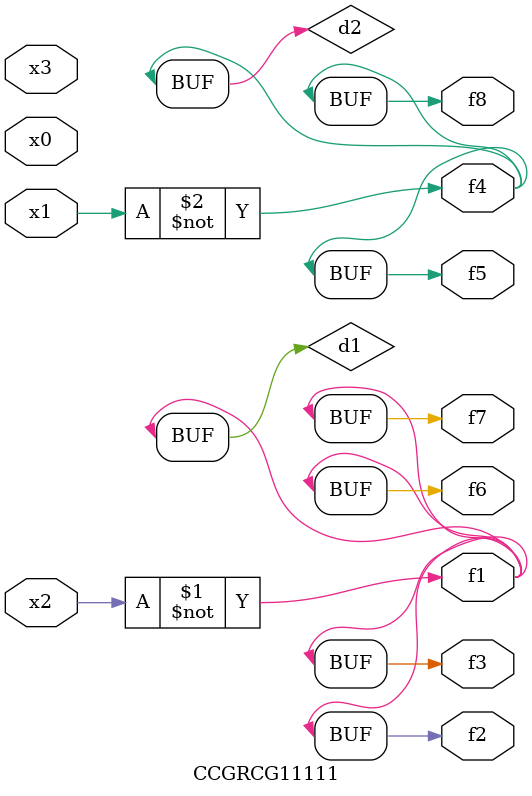
<source format=v>
module CCGRCG11111(
	input x0, x1, x2, x3,
	output f1, f2, f3, f4, f5, f6, f7, f8
);

	wire d1, d2;

	xnor (d1, x2);
	not (d2, x1);
	assign f1 = d1;
	assign f2 = d1;
	assign f3 = d1;
	assign f4 = d2;
	assign f5 = d2;
	assign f6 = d1;
	assign f7 = d1;
	assign f8 = d2;
endmodule

</source>
